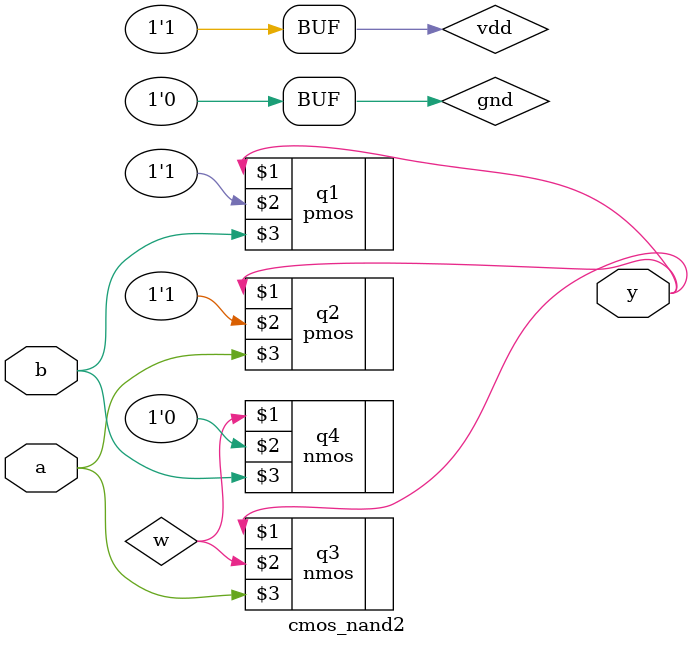
<source format=v>
module cmos_nand2(input a, b, output y);
	wire w;
	supply1 vdd;
	supply0 gnd;

	pmos q1(y, vdd, b);
	pmos q2(y, vdd, a);

	nmos q3(y, w, a);
	nmos q4(w, gnd, b);
endmodule

</source>
